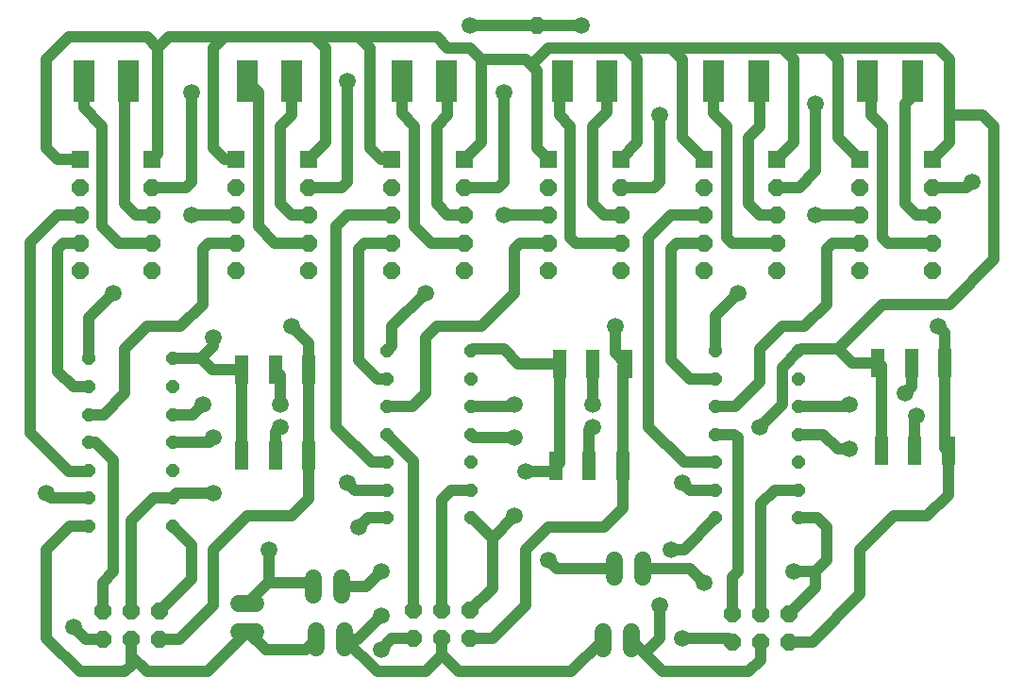
<source format=gbr>
G04 EAGLE Gerber RS-274X export*
G75*
%MOMM*%
%FSLAX34Y34*%
%LPD*%
%INBottom Copper*%
%IPPOS*%
%AMOC8*
5,1,8,0,0,1.08239X$1,22.5*%
G01*
%ADD10C,1.524000*%
%ADD11P,1.649562X8X22.500000*%
%ADD12P,1.199288X8X22.500000*%
%ADD13R,1.930400X3.810000*%
%ADD14R,1.270000X2.540000*%
%ADD15R,1.508000X1.508000*%
%ADD16P,1.632244X8X22.500000*%
%ADD17C,1.016000*%
%ADD18C,1.500000*%


D10*
X252880Y121600D02*
X268120Y121600D01*
X268120Y96200D02*
X252880Y96200D01*
D11*
X409200Y89900D03*
X409200Y115300D03*
X434600Y89900D03*
X434600Y115300D03*
X460000Y89900D03*
X460000Y115300D03*
X130300Y88900D03*
X130300Y114300D03*
X155700Y88900D03*
X155700Y114300D03*
X181100Y88900D03*
X181100Y114300D03*
D10*
X615100Y144880D02*
X615100Y160120D01*
X589700Y160120D02*
X589700Y144880D01*
X344800Y144620D02*
X344800Y129380D01*
X319400Y129380D02*
X319400Y144620D01*
D11*
X695400Y86900D03*
X695400Y112300D03*
X720800Y86900D03*
X720800Y112300D03*
X746200Y86900D03*
X746200Y112300D03*
D10*
X322300Y97120D02*
X322300Y81880D01*
X347700Y81880D02*
X347700Y97120D01*
X579000Y96120D02*
X579000Y80880D01*
X604400Y80880D02*
X604400Y96120D01*
D12*
X118100Y341100D03*
X193100Y341100D03*
X118100Y316100D03*
X118100Y291100D03*
X118100Y266100D03*
X118100Y241100D03*
X118100Y216100D03*
X118100Y191100D03*
X193100Y316100D03*
X193100Y291100D03*
X193100Y266100D03*
X193100Y241100D03*
X193100Y216100D03*
X193100Y191100D03*
D13*
X816600Y590000D03*
X856600Y590000D03*
X398600Y590000D03*
X438600Y590000D03*
X542600Y590000D03*
X582600Y590000D03*
X113600Y590000D03*
X153600Y590000D03*
X260000Y590000D03*
X300000Y590000D03*
D14*
X285300Y254300D03*
X315300Y254300D03*
X255300Y254300D03*
X285300Y331200D03*
X315300Y331200D03*
X255300Y331200D03*
X567000Y244600D03*
X597000Y244600D03*
X537000Y244600D03*
X570000Y336500D03*
X600000Y336500D03*
X540000Y336500D03*
X859000Y258400D03*
X889000Y258400D03*
X829000Y258400D03*
D15*
X670000Y520000D03*
X735000Y520000D03*
D16*
X670000Y495000D03*
X735000Y495000D03*
X670000Y470000D03*
X735000Y470000D03*
X670000Y445000D03*
X735000Y445000D03*
X670000Y420000D03*
X735000Y420000D03*
D14*
X856000Y337300D03*
X886000Y337300D03*
X826000Y337300D03*
D12*
X679900Y348100D03*
X754900Y348100D03*
X679900Y323100D03*
X679900Y298100D03*
X679900Y273100D03*
X679900Y248100D03*
X679900Y223100D03*
X679900Y198100D03*
X754900Y323100D03*
X754900Y298100D03*
X754900Y273100D03*
X754900Y248100D03*
X754900Y223100D03*
X754900Y198100D03*
D15*
X810000Y520000D03*
X875000Y520000D03*
D16*
X810000Y495000D03*
X875000Y495000D03*
X810000Y470000D03*
X875000Y470000D03*
X810000Y445000D03*
X875000Y445000D03*
X810000Y420000D03*
X875000Y420000D03*
D15*
X390000Y520000D03*
X455000Y520000D03*
D16*
X390000Y495000D03*
X455000Y495000D03*
X390000Y470000D03*
X455000Y470000D03*
X390000Y445000D03*
X455000Y445000D03*
X390000Y420000D03*
X455000Y420000D03*
D15*
X530000Y520000D03*
X595000Y520000D03*
D16*
X530000Y495000D03*
X595000Y495000D03*
X530000Y470000D03*
X595000Y470000D03*
X530000Y445000D03*
X595000Y445000D03*
X530000Y420000D03*
X595000Y420000D03*
D15*
X110000Y520000D03*
X175000Y520000D03*
D16*
X110000Y495000D03*
X175000Y495000D03*
X110000Y470000D03*
X175000Y470000D03*
X110000Y445000D03*
X175000Y445000D03*
X110000Y420000D03*
X175000Y420000D03*
D15*
X250000Y520000D03*
X315000Y520000D03*
D16*
X250000Y495000D03*
X315000Y495000D03*
X250000Y470000D03*
X315000Y470000D03*
X250000Y445000D03*
X315000Y445000D03*
X250000Y420000D03*
X315000Y420000D03*
D12*
X385500Y348100D03*
X460500Y348100D03*
X385500Y323100D03*
X385500Y298100D03*
X385500Y273100D03*
X385500Y248100D03*
X385500Y223100D03*
X385500Y198100D03*
X460500Y323100D03*
X460500Y298100D03*
X460500Y273100D03*
X460500Y248100D03*
X460500Y223100D03*
X460500Y198100D03*
D13*
X678600Y590000D03*
X718600Y590000D03*
D11*
X520000Y640000D03*
D17*
X409200Y89900D02*
X389900Y89900D01*
X380000Y80000D01*
D18*
X380000Y80000D03*
X104104Y100000D03*
D17*
X115204Y88900D01*
X130300Y88900D01*
D18*
X650000Y90000D03*
D17*
X692300Y90000D01*
X695400Y86900D01*
X540000Y336500D02*
X503500Y336500D01*
X490000Y350000D01*
X462400Y350000D01*
X460500Y348100D01*
X540000Y336500D02*
X540000Y247600D01*
X537000Y244600D01*
X829000Y258400D02*
X829000Y334300D01*
X826000Y337300D01*
X802700Y337300D01*
X790000Y350000D01*
X756800Y350000D01*
X754900Y348100D01*
X255300Y331200D02*
X255300Y254300D01*
X255300Y331200D02*
X228800Y331200D01*
X218900Y341100D02*
X193100Y341100D01*
X218900Y341100D02*
X228800Y331200D01*
X532400Y240000D02*
X537000Y244600D01*
X532400Y240000D02*
X510000Y240000D01*
D18*
X510000Y240000D03*
D17*
X110000Y520000D02*
X90000Y520000D01*
X80000Y530000D01*
X80000Y610000D01*
X100000Y630000D01*
X170000Y630000D01*
X180000Y620000D01*
X180000Y525000D01*
X175000Y520000D01*
X180000Y620000D02*
X190000Y630000D01*
X240000Y630000D01*
X320000Y630000D01*
X330000Y620000D01*
X330000Y535000D01*
X315000Y520000D01*
X250000Y520000D02*
X240000Y520000D01*
X230000Y530000D01*
X230000Y620000D01*
X240000Y630000D01*
X320000Y630000D02*
X360000Y630000D01*
X370000Y620000D01*
X370000Y530000D01*
X380000Y520000D01*
X390000Y520000D01*
X360000Y630000D02*
X430000Y630000D01*
X440000Y620000D01*
X460000Y620000D01*
X470000Y610000D01*
X470000Y535000D01*
X455000Y520000D01*
X470000Y610000D02*
X510000Y610000D01*
X515000Y605000D01*
X520000Y600000D01*
X520000Y530000D01*
X530000Y520000D01*
X515000Y605000D02*
X530000Y620000D01*
X600000Y620000D01*
X610000Y610000D01*
X610000Y535000D01*
X595000Y520000D01*
X650000Y540000D02*
X670000Y520000D01*
X650000Y540000D02*
X650000Y610000D01*
X640000Y620000D01*
X600000Y620000D01*
X640000Y620000D02*
X740000Y620000D01*
X750000Y610000D01*
X750000Y535000D01*
X735000Y520000D01*
X790000Y540000D02*
X810000Y520000D01*
X790000Y540000D02*
X790000Y610000D01*
X780000Y620000D01*
X740000Y620000D01*
X780000Y620000D02*
X880000Y620000D01*
X890000Y610000D01*
X890000Y560000D01*
X890000Y535000D01*
X875000Y520000D01*
X230000Y352200D02*
X218900Y341100D01*
X230000Y352200D02*
X230000Y360000D01*
D18*
X230000Y360000D03*
D17*
X890000Y560000D02*
X920000Y560000D01*
X930000Y550000D01*
X930000Y430000D01*
X830000Y390000D02*
X790000Y350000D01*
X890000Y390000D02*
X930000Y430000D01*
X890000Y390000D02*
X830000Y390000D01*
X754900Y348100D02*
X740000Y333200D01*
X740000Y300000D02*
X720000Y280000D01*
D18*
X720000Y280000D03*
D17*
X740000Y300000D02*
X740000Y333200D01*
X198900Y88900D02*
X181100Y88900D01*
X230000Y120000D02*
X230000Y170000D01*
X260000Y200000D01*
X300000Y200000D01*
X315300Y215300D01*
X315300Y254300D01*
X230000Y120000D02*
X198900Y88900D01*
X460000Y89900D02*
X460100Y90000D01*
X480000Y90000D01*
X510000Y120000D01*
X510000Y170000D02*
X530000Y190000D01*
X580000Y190000D01*
X597000Y207000D01*
X597000Y244600D01*
X510000Y170000D02*
X510000Y120000D01*
X746200Y86900D02*
X766900Y86900D01*
X840000Y200000D02*
X870000Y200000D01*
X889000Y219000D01*
X889000Y258400D01*
X810000Y130000D02*
X766900Y86900D01*
X810000Y130000D02*
X810000Y170000D01*
X840000Y200000D01*
X597000Y244600D02*
X597000Y333500D01*
X600000Y336500D01*
X886000Y337300D02*
X886000Y261400D01*
X889000Y258400D01*
X315300Y254300D02*
X315300Y331200D01*
X118100Y341100D02*
X118100Y378100D01*
X140000Y400000D01*
D18*
X140000Y400000D03*
D17*
X385500Y348100D02*
X390000Y352600D01*
X390000Y370000D01*
X420000Y400000D01*
D18*
X420000Y400000D03*
D17*
X679900Y379900D02*
X679900Y348100D01*
X679900Y379900D02*
X700000Y400000D01*
D18*
X700000Y400000D03*
D17*
X600000Y336500D02*
X590000Y346500D01*
X590000Y370000D01*
D18*
X590000Y370000D03*
D17*
X315300Y354700D02*
X315300Y331200D01*
X315300Y354700D02*
X300000Y370000D01*
D18*
X300000Y370000D03*
D17*
X886000Y364000D02*
X886000Y337300D01*
X886000Y364000D02*
X880000Y370000D01*
D18*
X880000Y370000D03*
D17*
X377200Y60000D02*
X347700Y89500D01*
X377200Y60000D02*
X420000Y60000D01*
X434600Y74600D01*
X434600Y89900D01*
X359500Y89500D02*
X347700Y89500D01*
X359500Y89500D02*
X380000Y110000D01*
D18*
X380000Y110000D03*
X360000Y190000D03*
D17*
X368100Y198100D01*
X385500Y198100D01*
X434600Y89900D02*
X434600Y75400D01*
X450000Y60000D01*
X550500Y60000D01*
X579000Y88500D01*
X434600Y115300D02*
X434600Y214600D01*
X443100Y223100D02*
X460500Y223100D01*
X443100Y223100D02*
X434600Y214600D01*
X480000Y135300D02*
X460000Y115300D01*
X480000Y135300D02*
X480000Y180000D01*
X461900Y198100D01*
X460500Y198100D01*
X367000Y137000D02*
X344800Y137000D01*
X367000Y137000D02*
X380000Y150000D01*
D18*
X380000Y150000D03*
X500000Y200000D03*
D17*
X480000Y180000D01*
X537500Y152500D02*
X589700Y152500D01*
X537500Y152500D02*
X530000Y160000D01*
D18*
X530000Y160000D03*
D17*
X409200Y115300D02*
X409200Y249400D01*
X385500Y273100D01*
X155700Y88900D02*
X155700Y65700D01*
X150000Y60000D01*
X110000Y60000D01*
X80000Y90000D01*
X80000Y170000D01*
X101100Y191100D02*
X118100Y191100D01*
X101100Y191100D02*
X80000Y170000D01*
X260500Y96200D02*
X276700Y80000D01*
X312800Y80000D02*
X322300Y89500D01*
X312800Y80000D02*
X276700Y80000D01*
X260500Y96200D02*
X224300Y60000D01*
X170000Y60000D01*
X155700Y74300D01*
X155700Y88900D01*
X130300Y114300D02*
X130300Y140300D01*
X140000Y150000D01*
X140000Y250000D01*
X123900Y266100D01*
X118100Y266100D01*
X210000Y143200D02*
X181100Y114300D01*
X210000Y174200D02*
X193100Y191100D01*
X210000Y174200D02*
X210000Y143200D01*
X155700Y114300D02*
X155700Y195700D01*
X176100Y216100D02*
X193100Y216100D01*
X176100Y216100D02*
X155700Y195700D01*
X260500Y121600D02*
X278900Y140000D01*
X316400Y140000D02*
X319400Y137000D01*
X316400Y140000D02*
X278900Y140000D01*
X197000Y220000D02*
X193100Y216100D01*
X197000Y220000D02*
X230000Y220000D01*
D18*
X230000Y220000D03*
X280000Y170000D03*
D17*
X280000Y141100D01*
X278900Y140000D01*
X720000Y470000D02*
X735000Y470000D01*
X720000Y470000D02*
X710000Y480000D01*
X710000Y540000D01*
X720000Y550000D01*
X720000Y588600D01*
X718600Y590000D01*
X735000Y445000D02*
X695000Y445000D01*
X690000Y450000D01*
X690000Y550000D01*
X678600Y561400D02*
X678600Y590000D01*
X678600Y561400D02*
X690000Y550000D01*
X860000Y470000D02*
X875000Y470000D01*
X860000Y470000D02*
X850000Y480000D01*
X850000Y570000D01*
X860000Y580000D01*
X860000Y586600D01*
X856600Y590000D01*
X875000Y445000D02*
X835000Y445000D01*
X830000Y450000D01*
X830000Y550000D02*
X820000Y560000D01*
X820000Y586600D02*
X816600Y590000D01*
X830000Y550000D02*
X830000Y450000D01*
X820000Y560000D02*
X820000Y586600D01*
X455000Y470000D02*
X440000Y470000D01*
X430000Y480000D01*
X430000Y550000D02*
X440000Y560000D01*
X440000Y588600D01*
X438600Y590000D01*
X430000Y550000D02*
X430000Y480000D01*
X425000Y445000D02*
X455000Y445000D01*
X425000Y445000D02*
X410000Y460000D01*
X410000Y550000D01*
X398600Y561400D02*
X398600Y590000D01*
X398600Y561400D02*
X410000Y550000D01*
X580000Y470000D02*
X595000Y470000D01*
X580000Y470000D02*
X570000Y480000D01*
X570000Y550000D01*
X582600Y562600D02*
X582600Y590000D01*
X582600Y562600D02*
X570000Y550000D01*
X555000Y445000D02*
X595000Y445000D01*
X555000Y445000D02*
X550000Y450000D01*
X550000Y550000D01*
X540000Y560000D01*
X540000Y587400D01*
X542600Y590000D01*
X175000Y470000D02*
X160000Y470000D01*
X150000Y480000D01*
X150000Y586400D02*
X153600Y590000D01*
X150000Y586400D02*
X150000Y480000D01*
X145000Y445000D02*
X175000Y445000D01*
X145000Y445000D02*
X130000Y460000D01*
X113600Y566400D02*
X113600Y590000D01*
X130000Y550000D02*
X130000Y460000D01*
X130000Y550000D02*
X113600Y566400D01*
X300000Y470000D02*
X315000Y470000D01*
X300000Y470000D02*
X290000Y480000D01*
X290000Y550000D02*
X300000Y560000D01*
X300000Y590000D01*
X290000Y550000D02*
X290000Y480000D01*
X285000Y445000D02*
X315000Y445000D01*
X285000Y445000D02*
X270000Y460000D01*
X270000Y580000D02*
X260000Y590000D01*
X270000Y580000D02*
X270000Y460000D01*
X720800Y86900D02*
X720800Y70800D01*
X710000Y60000D01*
X632900Y60000D01*
X616450Y76450D01*
X604400Y88500D01*
X651800Y170000D02*
X679900Y198100D01*
X651800Y170000D02*
X640000Y170000D01*
D18*
X640000Y170000D03*
X630000Y120000D03*
D17*
X630000Y90000D01*
X616450Y76450D01*
X695400Y112300D02*
X695400Y145400D01*
X700000Y150000D01*
X700000Y270000D01*
X696900Y273100D01*
X679900Y273100D01*
X720800Y210800D02*
X720800Y112300D01*
X733100Y223100D02*
X754900Y223100D01*
X733100Y223100D02*
X720800Y210800D01*
X770000Y136100D02*
X746200Y112300D01*
X770000Y136100D02*
X770000Y150000D01*
X670000Y140000D02*
X657500Y152500D01*
X615100Y152500D01*
D18*
X670000Y140000D03*
X750000Y150000D03*
D17*
X770000Y150000D01*
X771900Y198100D02*
X754900Y198100D01*
X771900Y198100D02*
X780000Y190000D01*
X780000Y160000D01*
X770000Y150000D01*
X670000Y470000D02*
X640000Y470000D01*
X620000Y450000D01*
X620000Y280000D01*
X651900Y248100D01*
X679900Y248100D01*
X770000Y470000D02*
X810000Y470000D01*
D18*
X770000Y470000D03*
X650000Y230000D03*
D17*
X656900Y223100D02*
X679900Y223100D01*
X656900Y223100D02*
X650000Y230000D01*
X390000Y470000D02*
X350000Y470000D01*
X340000Y460000D01*
X340000Y280000D01*
X371900Y248100D02*
X385500Y248100D01*
X371900Y248100D02*
X340000Y280000D01*
X490000Y470000D02*
X530000Y470000D01*
D18*
X490000Y470000D03*
X350000Y230000D03*
D17*
X356900Y223100D02*
X385500Y223100D01*
X356900Y223100D02*
X350000Y230000D01*
X110000Y470000D02*
X90000Y470000D01*
X65240Y445240D01*
X65240Y274760D01*
X100000Y240000D01*
X117000Y240000D01*
X118100Y241100D01*
X210000Y470000D02*
X250000Y470000D01*
D18*
X210000Y470000D03*
X80000Y220000D03*
D17*
X83900Y216100D02*
X118100Y216100D01*
X83900Y216100D02*
X80000Y220000D01*
X645000Y445000D02*
X670000Y445000D01*
X645000Y445000D02*
X640000Y440000D01*
X640000Y340000D01*
X656900Y323100D02*
X679900Y323100D01*
X656900Y323100D02*
X640000Y340000D01*
X785000Y445000D02*
X810000Y445000D01*
X785000Y445000D02*
X780000Y440000D01*
X780000Y390000D01*
X760000Y370000D01*
X740000Y370000D01*
X720000Y350000D01*
X720000Y320000D01*
X698100Y298100D01*
X679900Y298100D01*
X390000Y445000D02*
X365000Y445000D01*
X360000Y440000D01*
X360000Y340000D01*
X376900Y323100D02*
X385500Y323100D01*
X376900Y323100D02*
X360000Y340000D01*
X505000Y445000D02*
X530000Y445000D01*
X505000Y445000D02*
X500000Y440000D01*
X500000Y400000D01*
X470000Y370000D02*
X430000Y370000D01*
X420000Y360000D01*
X420000Y310000D01*
X408100Y298100D01*
X385500Y298100D01*
X470000Y370000D02*
X500000Y400000D01*
X110000Y445000D02*
X95000Y445000D01*
X90000Y440000D01*
X90000Y330000D01*
X103900Y316100D02*
X118100Y316100D01*
X103900Y316100D02*
X90000Y330000D01*
X225000Y445000D02*
X250000Y445000D01*
X225000Y445000D02*
X220000Y440000D01*
X220000Y390000D02*
X200000Y370000D01*
X170000Y370000D01*
X150000Y350000D01*
X150000Y310000D01*
X131100Y291100D01*
X118100Y291100D01*
X220000Y390000D02*
X220000Y440000D01*
X625000Y495000D02*
X630000Y500000D01*
X625000Y495000D02*
X595000Y495000D01*
X630000Y500000D02*
X630000Y560000D01*
D18*
X630000Y560000D03*
X560000Y640000D03*
D17*
X520000Y640000D01*
X735000Y495000D02*
X755000Y495000D01*
X770000Y510000D02*
X770000Y570000D01*
X770000Y510000D02*
X755000Y495000D01*
D18*
X770000Y570000D03*
D17*
X875000Y495000D02*
X905000Y495000D01*
X910000Y500000D01*
D18*
X910000Y500000D03*
D17*
X485000Y495000D02*
X455000Y495000D01*
X490000Y500000D02*
X490000Y580000D01*
X490000Y500000D02*
X485000Y495000D01*
D18*
X490000Y580000D03*
X460000Y640000D03*
D17*
X520000Y640000D01*
X345000Y495000D02*
X315000Y495000D01*
X350000Y500000D02*
X350000Y590000D01*
X350000Y500000D02*
X345000Y495000D01*
D18*
X350000Y590000D03*
D17*
X205000Y495000D02*
X175000Y495000D01*
X210000Y500000D02*
X210000Y580000D01*
X210000Y500000D02*
X205000Y495000D01*
D18*
X210000Y580000D03*
D17*
X856000Y337300D02*
X856000Y316000D01*
X850000Y310000D01*
D18*
X850000Y310000D03*
X800000Y300000D03*
D17*
X798100Y298100D01*
X754900Y298100D01*
X859000Y289000D02*
X859000Y258400D01*
X859000Y289000D02*
X860000Y290000D01*
D18*
X860000Y290000D03*
X800000Y260000D03*
D17*
X790000Y260000D01*
X776900Y273100D02*
X754900Y273100D01*
X776900Y273100D02*
X790000Y260000D01*
X570000Y300000D02*
X570000Y336500D01*
D18*
X570000Y300000D03*
X500000Y300000D03*
D17*
X498100Y298100D01*
X460500Y298100D01*
X567000Y277000D02*
X567000Y244600D01*
X567000Y277000D02*
X570000Y280000D01*
D18*
X570000Y280000D03*
X500000Y270000D03*
D17*
X463600Y270000D01*
X460500Y273100D01*
X290000Y326500D02*
X285300Y331200D01*
X290000Y326500D02*
X290000Y300000D01*
D18*
X290000Y300000D03*
X220000Y300000D03*
D17*
X211100Y291100D01*
X193100Y291100D01*
X285300Y275300D02*
X285300Y254300D01*
X285300Y275300D02*
X290000Y280000D01*
D18*
X290000Y280000D03*
X230000Y270000D03*
D17*
X226100Y266100D01*
X193100Y266100D01*
M02*

</source>
